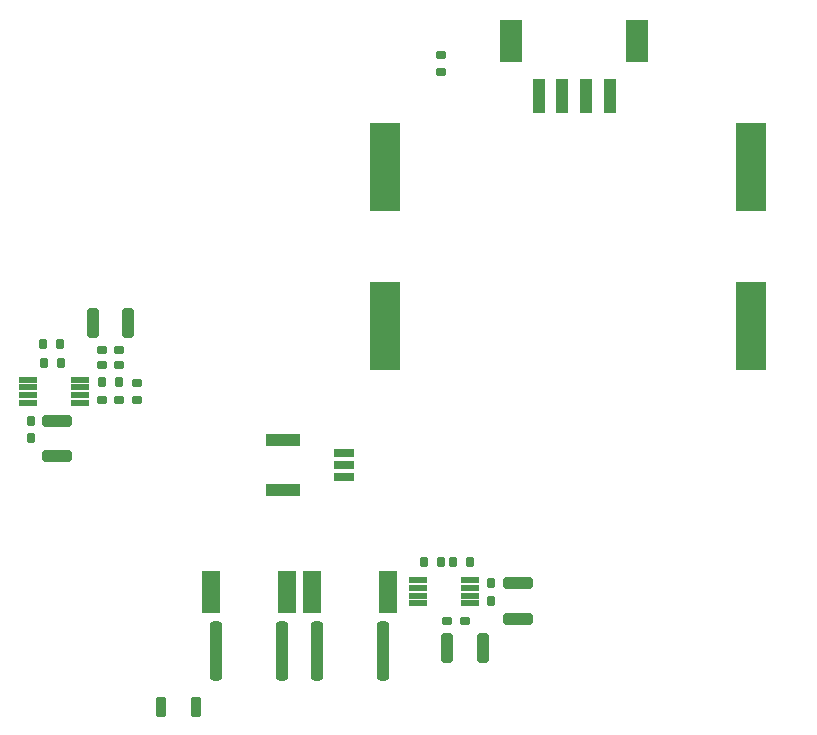
<source format=gbr>
%FSLAX46Y46*%
%MOMM*%
%AMPS11*
21,1,0.600000,1.700000,0.000000,0.000000,90.000000*
%
%ADD11PS11*%
%AMPS14*
21,1,0.450000,1.450000,0.000000,0.000000,90.000000*
%
%ADD14PS14*%
%AMPS15*
21,1,0.450000,1.450000,0.000000,0.000000,270.000000*
%
%ADD15PS15*%
%AMPS27*
21,1,1.000000,2.900000,0.000000,0.000000,0.000000*
%
%ADD27PS27*%
%AMPS28*
21,1,1.800000,3.600000,0.000000,0.000000,0.000000*
%
%ADD28PS28*%
%AMPS12*
21,1,1.000000,2.800000,0.000000,0.000000,90.000000*
%
%ADD12PS12*%
%AMPS22*
21,1,2.500000,7.500000,0.000000,0.000000,0.000000*
%
%ADD22PS22*%
%AMPS24*
21,1,2.500000,7.500000,0.000000,0.000000,180.000000*
%
%ADD24PS24*%
%AMPS21*
21,1,1.550000,3.500000,0.000000,0.000000,0.000000*
%
%ADD21PS21*%
%AMPS26*
1,1,0.360000,-0.220000,-0.195000*
1,1,0.360000,-0.220000,0.195000*
21,1,0.800000,0.390000,0.000000,0.000000,0.000000*
21,1,0.440000,0.750000,0.000000,0.000000,0.000000*
1,1,0.360000,0.220000,-0.195000*
1,1,0.360000,0.220000,0.195000*
%
%ADD26PS26*%
%AMPS18*
1,1,0.360000,0.220000,0.195000*
1,1,0.360000,0.220000,-0.195000*
21,1,0.800000,0.390000,0.000000,0.000000,180.000000*
21,1,0.440000,0.750000,0.000000,0.000000,180.000000*
1,1,0.360000,-0.220000,0.195000*
1,1,0.360000,-0.220000,-0.195000*
%
%ADD18PS18*%
%AMPS23*
1,1,0.360000,-0.195000,0.220000*
1,1,0.360000,0.195000,0.220000*
21,1,0.800000,0.390000,0.000000,0.000000,270.000000*
21,1,0.440000,0.750000,0.000000,0.000000,270.000000*
1,1,0.360000,-0.195000,-0.220000*
1,1,0.360000,0.195000,-0.220000*
%
%ADD23PS23*%
%AMPS13*
1,1,0.500000,0.250000,2.250000*
1,1,0.500000,0.250000,-2.250000*
21,1,1.000000,4.500000,0.000000,0.000000,180.000000*
21,1,0.500000,5.000000,0.000000,0.000000,180.000000*
1,1,0.500000,-0.250000,2.250000*
1,1,0.500000,-0.250000,-2.250000*
%
%ADD13PS13*%
%AMPS29*
1,1,0.440000,-0.230000,-0.630000*
1,1,0.440000,-0.230000,0.630000*
21,1,0.900000,1.260000,0.000000,0.000000,0.000000*
21,1,0.460000,1.700000,0.000000,0.000000,0.000000*
1,1,0.440000,0.230000,-0.630000*
1,1,0.440000,0.230000,0.630000*
%
%ADD29PS29*%
%AMPS19*
1,1,0.500000,0.250000,1.000000*
1,1,0.500000,0.250000,-1.000000*
21,1,1.000000,2.000000,0.000000,0.000000,180.000000*
21,1,0.500000,2.500000,0.000000,0.000000,180.000000*
1,1,0.500000,-0.250000,1.000000*
1,1,0.500000,-0.250000,-1.000000*
%
%ADD19PS19*%
%AMPS20*
1,1,0.500000,-1.000000,0.250000*
1,1,0.500000,1.000000,0.250000*
21,1,1.000000,2.000000,0.000000,0.000000,270.000000*
21,1,0.500000,2.500000,0.000000,0.000000,270.000000*
1,1,0.500000,-1.000000,-0.250000*
1,1,0.500000,1.000000,-0.250000*
%
%ADD20PS20*%
%AMPS16*
1,1,0.240000,-0.205000,-0.330000*
1,1,0.240000,-0.205000,0.330000*
21,1,0.650000,0.660000,0.000000,0.000000,0.000000*
21,1,0.410000,0.900000,0.000000,0.000000,0.000000*
1,1,0.240000,0.205000,-0.330000*
1,1,0.240000,0.205000,0.330000*
%
%ADD16PS16*%
%AMPS25*
1,1,0.240000,0.330000,-0.205000*
1,1,0.240000,-0.330000,-0.205000*
21,1,0.650000,0.660000,0.000000,0.000000,90.000000*
21,1,0.410000,0.900000,0.000000,0.000000,90.000000*
1,1,0.240000,0.330000,0.205000*
1,1,0.240000,-0.330000,0.205000*
%
%ADD25PS25*%
%AMPS10*
1,1,0.240000,0.205000,0.330000*
1,1,0.240000,0.205000,-0.330000*
21,1,0.650000,0.660000,0.000000,0.000000,180.000000*
21,1,0.410000,0.900000,0.000000,0.000000,180.000000*
1,1,0.240000,-0.205000,0.330000*
1,1,0.240000,-0.205000,-0.330000*
%
%ADD10PS10*%
%AMPS17*
1,1,0.240000,-0.330000,0.205000*
1,1,0.240000,0.330000,0.205000*
21,1,0.650000,0.660000,0.000000,0.000000,270.000000*
21,1,0.410000,0.900000,0.000000,0.000000,270.000000*
1,1,0.240000,-0.330000,-0.205000*
1,1,0.240000,0.330000,-0.205000*
%
%ADD17PS17*%
G01*
%LPD*%
G01*
%LPD*%
G75*
D10*
X47725000Y-14500000D03*
D10*
X46275000Y-14500000D03*
D11*
X37000000Y-6250000D03*
D11*
X37000000Y-7250000D03*
D12*
X31850000Y-8350000D03*
D11*
X37000000Y-5250000D03*
D12*
X31850000Y-4150000D03*
D13*
X26200000Y-22000000D03*
D13*
X31800000Y-22000000D03*
D14*
X14700000Y-975000D03*
D14*
X14700000Y325000D03*
D15*
X10300000Y-325000D03*
D15*
X10300000Y975000D03*
D14*
X14700000Y-325000D03*
D15*
X10300000Y-975000D03*
D15*
X10300000Y325000D03*
D14*
X14700000Y975000D03*
D15*
X43300000Y-16025000D03*
D15*
X43300000Y-17325000D03*
D14*
X47700000Y-16675000D03*
D14*
X47700000Y-17975000D03*
D15*
X43300000Y-16675000D03*
D14*
X47700000Y-16025000D03*
D14*
X47700000Y-17325000D03*
D15*
X43300000Y-17975000D03*
D16*
X43775000Y-14500000D03*
D16*
X45225000Y-14500000D03*
D17*
X45250000Y28475000D03*
D17*
X45250000Y27025000D03*
D18*
X16500000Y3500000D03*
D18*
X18000000Y3500000D03*
D19*
X48750000Y-21750000D03*
D19*
X45750000Y-21750000D03*
D20*
X12750000Y-2500000D03*
D20*
X12750000Y-5500000D03*
D21*
X40725000Y-17000000D03*
D21*
X34275000Y-17000000D03*
D22*
X40500000Y5500000D03*
D22*
X40500000Y19000000D03*
D13*
X34700000Y-22000000D03*
D13*
X40300000Y-22000000D03*
D19*
X18750000Y5750000D03*
D19*
X15750000Y5750000D03*
D18*
X16500000Y2250000D03*
D18*
X18000000Y2250000D03*
D10*
X13058338Y2416668D03*
D10*
X11608338Y2416668D03*
D20*
X51750000Y-16250000D03*
D20*
X51750000Y-19250000D03*
D23*
X10500000Y-4000000D03*
D23*
X10500000Y-2500000D03*
D24*
X71500000Y19000000D03*
D24*
X71500000Y5500000D03*
D10*
X17975000Y750000D03*
D10*
X16525000Y750000D03*
D23*
X49500000Y-17750000D03*
D23*
X49500000Y-16250000D03*
D10*
X12975000Y4000000D03*
D10*
X11525000Y4000000D03*
D25*
X19500000Y-725000D03*
D25*
X19500000Y725000D03*
D18*
X45750000Y-19500000D03*
D18*
X47250000Y-19500000D03*
D21*
X32225000Y-17000000D03*
D21*
X25775000Y-17000000D03*
D26*
X18000000Y-750000D03*
D26*
X16500000Y-750000D03*
D27*
X59500000Y25000000D03*
D27*
X53500000Y25000000D03*
D28*
X51150000Y29650000D03*
D27*
X55500000Y25000000D03*
D27*
X57500000Y25000000D03*
D28*
X61850000Y29650000D03*
D29*
X24450000Y-26750000D03*
D29*
X21550000Y-26750000D03*
M02*

</source>
